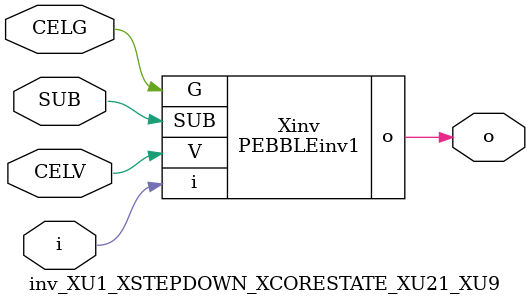
<source format=v>



module PEBBLEinv1 ( o, G, SUB, V, i );

  input V;
  input i;
  input G;
  output o;
  input SUB;
endmodule

//Celera Confidential Do Not Copy inv_XU1_XSTEPDOWN_XCORESTATE_XU21_XU9
//Celera Confidential Symbol Generator
//5V Inverter
module inv_XU1_XSTEPDOWN_XCORESTATE_XU21_XU9 (CELV,CELG,i,o,SUB);
input CELV;
input CELG;
input i;
input SUB;
output o;

//Celera Confidential Do Not Copy inv
PEBBLEinv1 Xinv(
.V (CELV),
.i (i),
.o (o),
.SUB (SUB),
.G (CELG)
);
//,diesize,PEBBLEinv1

//Celera Confidential Do Not Copy Module End
//Celera Schematic Generator
endmodule

</source>
